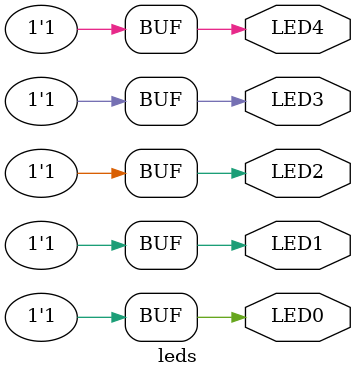
<source format=v>

module leds(output wire LED0,
            output wire LED1,
            output wire LED2,
            output wire LED3,
            output wire LED4);

assign LED0 = 1'b1;
assign LED1 = 1'b1;
assign LED2 = 1'b1;
assign LED3 = 1'b1;
assign LED4 = 1'b1;

endmodule

</source>
